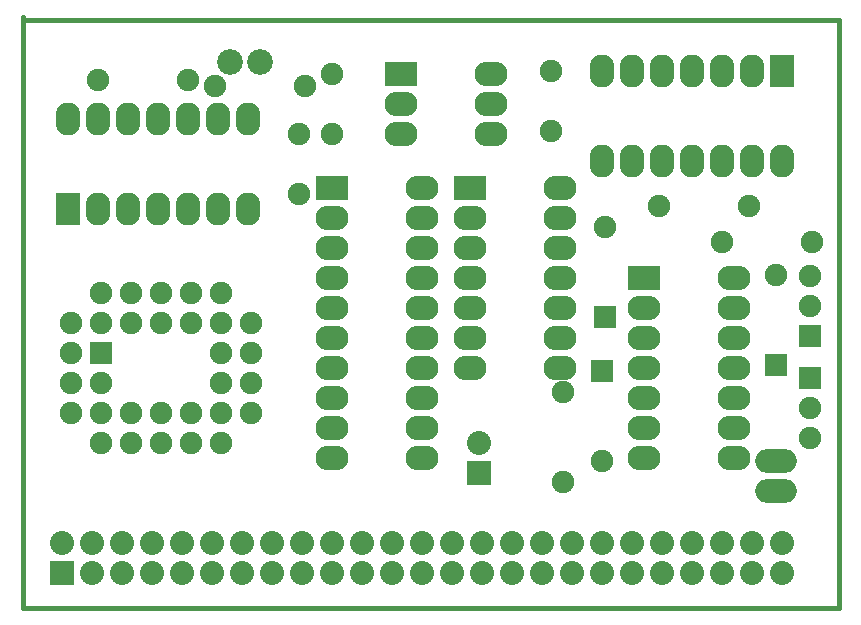
<source format=gts>
G04 (created by PCBNEW-RS274X (2011-07-08 BZR 3044)-stable) date 03/02/2013 11:15:01*
G01*
G70*
G90*
%MOIN*%
G04 Gerber Fmt 3.4, Leading zero omitted, Abs format*
%FSLAX34Y34*%
G04 APERTURE LIST*
%ADD10C,0.006000*%
%ADD11C,0.015000*%
%ADD12C,0.075000*%
%ADD13R,0.082000X0.110000*%
%ADD14O,0.082000X0.110000*%
%ADD15R,0.075000X0.075000*%
%ADD16R,0.110000X0.082000*%
%ADD17O,0.110000X0.082000*%
%ADD18O,0.138700X0.079300*%
%ADD19C,0.086000*%
%ADD20R,0.080000X0.080000*%
%ADD21C,0.080000*%
G04 APERTURE END LIST*
G54D10*
G54D11*
X07000Y-08100D02*
X07000Y-08000D01*
X34200Y-08100D02*
X07000Y-08100D01*
X34200Y-27700D02*
X34200Y-08100D01*
X07000Y-27700D02*
X34200Y-27700D01*
X07000Y-08100D02*
X07000Y-27700D01*
G54D12*
X16200Y-11900D03*
X16200Y-13900D03*
X17300Y-09900D03*
X17300Y-11900D03*
X24600Y-11800D03*
X24600Y-09800D03*
G54D13*
X08500Y-14400D03*
G54D14*
X09500Y-14400D03*
X10500Y-14400D03*
X11500Y-14400D03*
X12500Y-14400D03*
X13500Y-14400D03*
X14500Y-14400D03*
X14500Y-11400D03*
X13500Y-11400D03*
X12500Y-11400D03*
X11500Y-11400D03*
X10500Y-11400D03*
X09500Y-11400D03*
X08500Y-11400D03*
G54D12*
X25000Y-20500D03*
X25000Y-23500D03*
G54D15*
X33250Y-20050D03*
G54D12*
X33250Y-21050D03*
X33250Y-22050D03*
G54D15*
X33250Y-18650D03*
G54D12*
X33250Y-17650D03*
X33250Y-16650D03*
X16400Y-10300D03*
X13400Y-10300D03*
X12500Y-10100D03*
X09500Y-10100D03*
X30300Y-15500D03*
X33300Y-15500D03*
G54D16*
X19600Y-09900D03*
G54D17*
X19600Y-10900D03*
X19600Y-11900D03*
X22600Y-11900D03*
X22600Y-10900D03*
X22600Y-09900D03*
G54D16*
X27700Y-16700D03*
G54D17*
X27700Y-17700D03*
X27700Y-18700D03*
X27700Y-19700D03*
X27700Y-20700D03*
X27700Y-21700D03*
X27700Y-22700D03*
X30700Y-22700D03*
X30700Y-21700D03*
X30700Y-20700D03*
X30700Y-19700D03*
X30700Y-18700D03*
X30700Y-17700D03*
X30700Y-16700D03*
G54D15*
X09600Y-19200D03*
G54D12*
X08600Y-20200D03*
X09600Y-20200D03*
X08600Y-21200D03*
X09600Y-22200D03*
X09600Y-21200D03*
X10600Y-22200D03*
X10600Y-21200D03*
X11600Y-22200D03*
X11600Y-21200D03*
X12600Y-22200D03*
X12600Y-21200D03*
X13600Y-22200D03*
X14600Y-21200D03*
X13600Y-21200D03*
X14600Y-20200D03*
X13600Y-20200D03*
X14600Y-19200D03*
X13600Y-19200D03*
X14600Y-18200D03*
X13600Y-17200D03*
X13600Y-18200D03*
X12600Y-17200D03*
X12600Y-18200D03*
X11600Y-17200D03*
X11600Y-18200D03*
X10600Y-17200D03*
X10600Y-18200D03*
X09600Y-18200D03*
X08600Y-19200D03*
X09600Y-17200D03*
X08600Y-18200D03*
G54D13*
X32300Y-09800D03*
G54D14*
X31300Y-09800D03*
X30300Y-09800D03*
X29300Y-09800D03*
X28300Y-09800D03*
X27300Y-09800D03*
X26300Y-09800D03*
X26300Y-12800D03*
X27300Y-12800D03*
X28300Y-12800D03*
X29300Y-12800D03*
X30300Y-12800D03*
X31300Y-12800D03*
X32300Y-12800D03*
G54D16*
X21900Y-13700D03*
G54D17*
X21900Y-14700D03*
X21900Y-15700D03*
X21900Y-16700D03*
X21900Y-17700D03*
X21900Y-18700D03*
X21900Y-19700D03*
X24900Y-19700D03*
X24900Y-18700D03*
X24900Y-17700D03*
X24900Y-16700D03*
X24900Y-15700D03*
X24900Y-14700D03*
X24900Y-13700D03*
G54D16*
X17300Y-13700D03*
G54D17*
X17300Y-14700D03*
X17300Y-15700D03*
X17300Y-16700D03*
X17300Y-17700D03*
X17300Y-18700D03*
X17300Y-19700D03*
X17300Y-20700D03*
X17300Y-21700D03*
X17300Y-22700D03*
X20300Y-22700D03*
X20300Y-21700D03*
X20300Y-20700D03*
X20300Y-19700D03*
X20300Y-18700D03*
X20300Y-17700D03*
X20300Y-16700D03*
X20300Y-15700D03*
X20300Y-14700D03*
X20300Y-13700D03*
G54D18*
X32100Y-22800D03*
X32100Y-23800D03*
G54D19*
X14900Y-09500D03*
X13900Y-09500D03*
G54D12*
X31200Y-14300D03*
X28200Y-14300D03*
G54D20*
X08294Y-26531D03*
G54D21*
X08294Y-25531D03*
X09294Y-26531D03*
X09294Y-25531D03*
X10294Y-26531D03*
X10294Y-25531D03*
X11294Y-26531D03*
X11294Y-25531D03*
X12294Y-26531D03*
X12294Y-25531D03*
X13294Y-26531D03*
X13294Y-25531D03*
X14294Y-26531D03*
X14294Y-25531D03*
X15294Y-26531D03*
X15294Y-25531D03*
X16294Y-26531D03*
X16294Y-25531D03*
X17294Y-26531D03*
X17294Y-25531D03*
X18294Y-26531D03*
X18294Y-25531D03*
X19294Y-26531D03*
X19294Y-25531D03*
X20294Y-26531D03*
X20294Y-25531D03*
X21294Y-26531D03*
X21294Y-25531D03*
X22294Y-26531D03*
X22294Y-25531D03*
X23294Y-26531D03*
X23294Y-25531D03*
X24294Y-26531D03*
X24294Y-25531D03*
X25294Y-26531D03*
X25294Y-25531D03*
X26294Y-26531D03*
X26294Y-25531D03*
X27294Y-26531D03*
X27294Y-25531D03*
X28294Y-26531D03*
X28294Y-25531D03*
X29294Y-26531D03*
X29294Y-25531D03*
X30294Y-26531D03*
X30294Y-25531D03*
X31294Y-26531D03*
X31294Y-25531D03*
X32294Y-26531D03*
X32294Y-25531D03*
G54D20*
X22200Y-23200D03*
G54D21*
X22200Y-22200D03*
G54D15*
X26300Y-19800D03*
G54D12*
X26300Y-22800D03*
G54D15*
X32100Y-19600D03*
G54D12*
X32100Y-16600D03*
G54D15*
X26400Y-18000D03*
G54D12*
X26400Y-15000D03*
M02*

</source>
